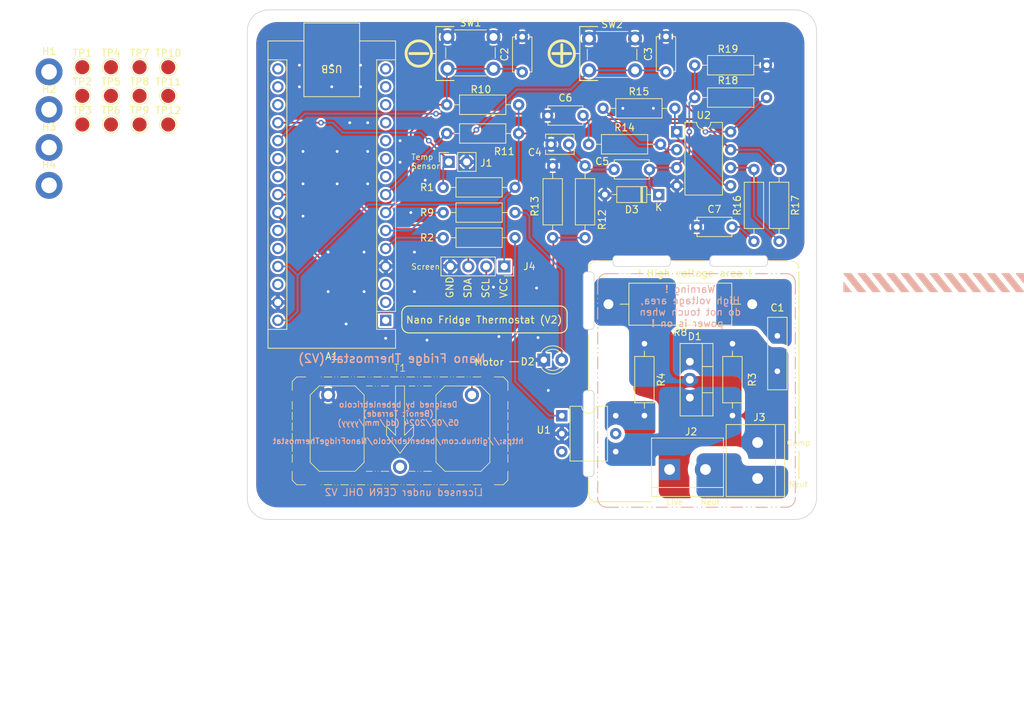
<source format=kicad_pcb>
(kicad_pcb (version 20221018) (generator pcbnew)
  (layers (0 "F.Cu" signal) (31 "B.Cu" signal) (34 "B.Paste" user) (35 "F.Paste" user) (36 "B.SilkS" user "B.Silkscreen") (37 "F.SilkS" user "F.Silkscreen") (38 "B.Mask" user) (39 "F.Mask" user) (44 "Edge.Cuts" user))
  (net 0 "")
  (net 2 "GND")
  (net 3 "MotorOut")
  (net 4 "MotorLed")
  (net 12 "Temp")
  (net 17 "Vcc")
  (net 19 "Main_HOT")
  (net 20 "Main_Neutral")
  (net 21 "Net-(R2-Pad2)")
  (net 22 "/TriacDriverAC1")
  (net 25 "SDA")
  (net 26 "SCL")
  (net 27 "Net-(D2-A)")
  (net 28 "/SnubberResLow")
  (net 29 "/NeutralTriac")
  (net 30 "/Trigger")
  (net 33 "+Button")
  (net 34 "-Button")
  (net 38 "CurrentSense")
  (net 39 "Net-(C4-Pad1)")
  (net 40 "Polarisation")
  (net 41 "Net-(C6-Pad2)")
  (net 42 "Net-(C7-Pad2)")
  (net 43 "Net-(T1-A)")
  (net 44 "Net-(U2A--)")
  (net 45 "Net-(U2B-+)")
  (net 46 "Net-(U2B--)")
  (footprint "TestPoint:TestPoint_Pad_D2.0mm" (layer "F.Cu") (at 56.684 75.438)
    (fp_text reference "TP3")
    (fp_text value "TestPoint")
  )
  (footprint "Resistor_THT:R_Axial_DIN0207_L6.3mm_D2.5mm_P10.16mm_Horizontal" (layer "F.Cu") (at 136.144 106.426 -90)
    (fp_text reference "R4")
    (fp_text value "360")
  )
  (footprint "Capacitor_THT:C_Disc_D10.0mm_W2.5mm_P5.00mm" (layer "F.Cu") (at 154.94 105.316 -90)
    (fp_text reference "C1")
    (fp_text value "10n / 500V+ AC")
  )
  (footprint "LED_THT:LED_D3.0mm" (layer "F.Cu") (at 121.92 108.712)
    (fp_text reference "D2")
    (fp_text value "LED")
  )
  (footprint "Capacitor_THT:C_Disc_D4.7mm_W2.5mm_P5.00mm" (layer "F.Cu") (at 118.872 68.032 90)
    (fp_text reference "C2")
    (fp_text value "1u")
  )
  (footprint "TestPoint:TestPoint_Pad_D2.0mm" (layer "F.Cu") (at 68.834 75.438)
    (fp_text reference "TP12")
    (fp_text value "TestPoint")
  )
  (footprint "Resistor_THT:R_Axial_DIN0207_L6.3mm_D2.5mm_P10.16mm_Horizontal" (layer "F.Cu") (at 128.26 78.232)
    (fp_text reference "R14")
    (fp_text value "2.2k")
  )
  (footprint "Resistor_THT:R_Axial_DIN0207_L6.3mm_D2.5mm_P10.16mm_Horizontal" (layer "F.Cu") (at 153.416 67.056 180)
    (fp_text reference "R19")
    (fp_text value "100k")
  )
  (footprint "Connector_PinSocket_2.54mm:PinSocket_1x02_P2.54mm_Vertical" (layer "F.Cu") (at 108.478 80.722 90)
    (fp_text reference "J1")
    (fp_text value "Connector_Thermistor")
  )
  (footprint "MountingHole:MountingHole_2.2mm_M2_DIN965_Pad" (layer "F.Cu") (at 51.984 78.688)
    (fp_text reference "H3")
    (fp_text value "MountingHole_Pad")
  )
  (footprint "Resistor_THT:R_Axial_DIN0207_L6.3mm_D2.5mm_P10.16mm_Horizontal" (layer "F.Cu") (at 151.628 91.948 90)
    (fp_text reference "R16")
    (fp_text value "10k")
  )
  (footprint "CurrentTransformer:CT-RSPRO-1243888" (layer "F.Cu") (at 101.6 113.665 180)
    (fp_text reference "T1")
    (fp_text value "CST1")
  )
  (footprint "Capacitor_THT:C_Disc_D4.7mm_W2.5mm_P5.00mm" (layer "F.Cu") (at 131.856 81.788)
    (fp_text reference "C5")
    (fp_text value "1u")
  )
  (footprint "Module:Arduino_Nano" (layer "F.Cu") (at 99.568 103.124 180)
    (fp_text reference "A1")
    (fp_text value "Arduino_Nano_v3.x")
  )
  (footprint "TestPoint:TestPoint_Pad_D2.0mm" (layer "F.Cu") (at 60.734 75.438)
    (fp_text reference "TP6")
    (fp_text value "TestPoint")
  )
  (footprint "Package_TO_SOT_THT:TO-220-3_Vertical" (layer "F.Cu") (at 142.565 108.966 -90)
    (fp_text reference "D1")
    (fp_text value "FT0814MH")
  )
  (footprint "Resistor_THT:R_Axial_DIN0207_L6.3mm_D2.5mm_P10.16mm_Horizontal" (layer "F.Cu") (at 130.292 73.152)
    (fp_text reference "R15")
    (fp_text value "100k")
  )
  (footprint "Resistor_THT:R_Axial_DIN0207_L6.3mm_D2.5mm_P10.16mm_Horizontal" (layer "F.Cu") (at 107.696 87.884)
    (fp_text reference "R9")
    (fp_text value "330")
  )
  (footprint "MountingHole:MountingHole_2.2mm_M2_DIN965_Pad" (layer "F.Cu") (at 51.984 84.038)
    (fp_text reference "H4")
    (fp_text value "MountingHole_Pad")
  )
  (footprint "Button_Switch_THT:SW_PUSH_6mm" (layer "F.Cu") (at 128.322 63.282)
    (fp_text reference "SW2")
    (fp_text value "SW_Push")
  )
  (footprint "TestPoint:TestPoint_Pad_D2.0mm" (layer "F.Cu") (at 56.684 67.338)
    (fp_text reference "TP1")
    (fp_text value "TestPoint")
  )
  (footprint "TEConnectors:TE-282836-2-5.08mm" (layer "F.Cu") (at 139.7 124.206)
    (fp_text reference "J2")
    (fp_text value "Main_Connector")
  )
  (footprint "Resistor_THT:R_Axial_DIN0207_L6.3mm_D2.5mm_P10.16mm_Horizontal" (layer "F.Cu") (at 107.696 91.44)
    (fp_text reference "R2")
    (fp_text value "330")
  )
  (footprint "Connector_PinSocket_2.54mm:PinSocket_1x04_P2.54mm_Vertical" (layer "F.Cu") (at 116.332 95.504 -90)
    (fp_text reference "J4")
    (fp_text value "I2C_Conn")
  )
  (footprint "TestPoint:TestPoint_Pad_D2.0mm" (layer "F.Cu") (at 56.684 71.388)
    (fp_text reference "TP2")
    (fp_text value "TestPoint")
  )
  (footprint "TestPoint:TestPoint_Pad_D2.0mm" (layer "F.Cu") (at 64.784 75.438)
    (fp_text reference "TP9")
    (fp_text value "TestPoint")
  )
  (footprint "Capacitor_THT:C_Disc_D4.7mm_W2.5mm_P5.00mm" (layer "F.Cu") (at 139.192 67.992 90)
    (fp_text reference "C3")
    (fp_text value "1u")
  )
  (footprint "Capacitor_THT:C_Disc_D3.8mm_W2.6mm_P2.50mm" (layer "F.Cu") (at 125.446 78.232 180)
    (fp_text reference "C4")
    (fp_text value "100n")
  )
  (footprint "Resistor_THT:R_Axial_DIN0207_L6.3mm_D2.5mm_P10.16mm_Horizontal" (layer "F.Cu") (at 118.364 76.708 180)
    (fp_text reference "R11")
    (fp_text value "1k")
  )
  (footprint "Diode_THT:D_DO-35_SOD27_P7.62mm_Horizontal" (layer "F.Cu") (at 138.166 85.344 180)
    (fp_text reference "D3")
    (fp_text value "D_Zener")
  )
  (footprint "TestPoint:TestPoint_Pad_D2.0mm" (layer "F.Cu") (at 64.784 67.338)
    (fp_text reference "TP7")
    (fp_text value "TestPoint")
  )
  (footprint "Capacitor_THT:C_Disc_D4.7mm_W2.5mm_P5.00mm" (layer "F.Cu") (at 143.54 89.916)
    (fp_text reference "C7")
    (fp_text value "1u")
  )
  (footprint "Capacitor_THT:C_Disc_D4.7mm_W2.5mm_P5.00mm" (layer "F.Cu") (at 122.468 74.168)
    (fp_text reference "C6")
    (fp_text value "1u")
  )
  (footprint "TestPoint:TestPoint_Pad_D2.0mm" (layer "F.Cu") (at 60.734 67.338)
    (fp_text reference "TP4")
    (fp_text value "TestPoint")
  )
  (footprint "Resistor_THT:R_Axial_DIN0207_L6.3mm_D2.5mm_P10.16mm_Horizontal" (layer "F.Cu") (at 155.184 91.948 90)
    (fp_text reference "R17")
    (fp_text value "100k")
  )
  (footprint "TestPoint:TestPoint_Pad_D2.0mm" (layer "F.Cu") (at 64.784 71.388)
    (fp_text reference "TP8")
    (fp_text value "TestPoint")
  )
  (footprint "Resistor_THT:R_Axial_DIN0207_L6.3mm_D2.5mm_P10.16mm_Horizontal" (layer "F.Cu") (at 148.59 106.426 -90)
    (fp_text reference "R3")
    (fp_text value "330")
  )
  (footprint "Package_DIP:DIP-6_W7.62mm" (layer "F.Cu") (at 124.47 116.601)
    (fp_text reference "U1")
    (fp_text value "MOC3042M")
  )
  (footprint "Resistor_THT:R_Axial_DIN0207_L6.3mm_D2.5mm_P10.16mm_Horizontal" (layer "F.Cu") (at 127.752 91.44 90)
    (fp_text reference "R12")
    (fp_text value "22k")
  )
  (footprint "Resistor_THT:R_Axial_DIN0207_L6.3mm_D2.5mm_P10.16mm_Horizontal" (layer "F.Cu") (at 123.18 81.28 -90)
    (fp_text reference "R13")
    (fp_text value "100 / 0,25W")
  )
  (footprint "Resistor_THT:R_Axial_DIN0207_L6.3mm_D2.5mm_P10.16mm_Horizontal" (layer "F.Cu") (at 118.364 72.644 180)
    (fp_text reference "R10")
    (fp_text value "1k")
  )
  (footprint "MountingHole:MountingHole_2.2mm_M2_DIN965_Pad" (layer "F.Cu") (at 51.984 67.988)
    (fp_text reference "H1")
    (fp_text value "MountingHole_Pad")
  )
  (footprint "TestPoint:TestPoint_Pad_D2.0mm" (layer "F.Cu") (at 68.834 67.338)
    (fp_text reference "TP10")
    (fp_text value "TestPoint")
  )
  (footprint "Resistor_THT:R_Axial_DIN0614_L14.3mm_D5.7mm_P20.32mm_Horizontal" (layer "F.Cu") (at 151.384 100.838 180)
    (fp_text reference "R8")
    (fp_text value "330Ω / 1W")
  )
  (footprint "Resistor_THT:R_Axial_DIN0207_L6.3mm_D2.5mm_P10.16mm_Horizontal" (layer "F.Cu") (at 143.256 71.628)
    (fp_text reference "R18")
    (fp_text value "100k")
  )
  (footprint "TestPoint:TestPoint_Pad_D2.0mm" (layer "F.Cu") (at 60.734 71.388)
    (fp_text reference "TP5")
    (fp_text value "TestPoint")
  )
  (footprint "Package_DIP:DIP-8_W7.62mm" (layer "F.Cu") (at 140.716 76.464)
    (fp_text reference "U2")
    (fp_text value "TL072")
  )
  (footprint "MountingHole:MountingHole_2.2mm_M2_DIN965_Pad" (layer "F.Cu") (at 51.984 73.338)
    (fp_text reference "H2")
    (fp_text value "MountingHole_Pad")
  )
  (footprint "Button_Switch_THT:SW_PUSH_6mm" (layer "F.Cu") (at 108.308 63.064)
    (fp_text reference "SW1")
    (fp_text value "SW_Push")
  )
  (footprint "TEConnectors:TE-282836-2-5.08mm" (layer "F.Cu") (at 152.146 125.476 90)
    (fp_text reference "J3")
    (fp_text value "CompressorMotor_Connector")
  )
  (footprint "Resistor_THT:R_Axial_DIN0207_L6.3mm_D2.5mm_P10.16mm_Horizontal" (layer "F.Cu") (at 117.856 84.328 180)
    (fp_text reference "R1")
    (fp_text value "330K")
  )
  (footprint "TestPoint:TestPoint_Pad_D2.0mm" (layer "F.Cu") (at 68.834 71.388)
    (fp_text reference "TP11")
    (fp_text value "TestPoint")
  )
  (gr_line (start 130.81 96.52) (end 156.21 96.52) (stroke (width 0.15) (type dash_dot_dot)) (layer "B.SilkS"))
  (gr_poly (pts (xy 189.738 96.52) (xy 188.722 96.52) (xy 189.738 97.79)) (stroke (width 0.15)) (fill solid) (layer "B.SilkS"))
  (gr_poly (pts (xy 183.642 99.06) (xy 181.61 96.52) (xy 180.594 96.52) (xy 182.626 99.06)) (stroke (width 0.15)) (fill solid) (layer "B.SilkS"))
  (gr_line (start 130.809999 129.539999) (end 156.209999 129.539999) (stroke (width 0.15) (type dash_dot_dot)) (layer "B.SilkS"))
  (gr_poly (pts (xy 175.514 99.06) (xy 173.482 96.52) (xy 172.466 96.52) (xy 174.498 99.06)) (stroke (width 0.15)) (fill solid) (layer "B.SilkS"))
  (gr_arc (start 130.810001 129.54) (mid 129.911975 129.168026) (end 129.540001 128.27) (stroke (width 0.15)) (layer "B.SilkS"))
  (gr_poly (pts (xy 187.706 99.06) (xy 185.674 96.52) (xy 184.658 96.52) (xy 186.69 99.06)) (stroke (width 0.15)) (fill solid) (layer "B.SilkS"))
  (gr_poly (pts (xy 177.546 99.06) (xy 175.514 96.52) (xy 174.498 96.52) (xy 176.53 99.06)) (stroke (width 0.15)) (fill solid) (layer "B.SilkS"))
  (gr_poly (pts (xy 179.578 99.06) (xy 177.546 96.52) (xy 176.53 96.52) (xy 178.562 99.06)) (stroke (width 0.15)) (fill solid) (layer "B.SilkS"))
  (gr_poly (pts (xy 171.45 99.06) (xy 169.418 96.52) (xy 168.402 96.52) (xy 170.434 99.06)) (stroke (width 0.15)) (fill solid) (layer "B.SilkS"))
  (gr_arc (start 156.21 96.52) (mid 157.108026 96.891974) (end 157.48 97.79) (stroke (width 0.15)) (layer "B.SilkS"))
  (gr_poly (pts (xy 169.418 99.06) (xy 167.386 96.52) (xy 166.37 96.52) (xy 168.402 99.06)) (stroke (width 0.15)) (fill solid) (layer "B.SilkS"))
  (gr_line (start 157.48 97.79) (end 157.48 128.27) (stroke (width 0.15) (type dash_dot_dot)) (layer "B.SilkS"))
  (gr_arc (start 157.479999 128.269999) (mid 157.108025 129.168025) (end 156.209999 129.539999) (stroke (width 0.15)) (layer "B.SilkS"))
  (gr_arc (start 129.540001 97.790001) (mid 129.911975 96.891975) (end 130.810001 96.520001) (stroke (width 0.15)) (layer "B.SilkS"))
  (gr_poly (pts (xy 164.338 99.06) (xy 165.354 99.06) (xy 164.338 97.79)) (stroke (width 0.15)) (fill solid) (layer "B.SilkS"))
  (gr_poly (pts (xy 185.674 99.06) (xy 183.642 96.52) (xy 182.626 96.52) (xy 184.658 99.06)) (stroke (width 0.15)) (fill solid) (layer "B.SilkS"))
  (gr_line (start 129.540001 97.79) (end 129.540001 128.27) (stroke (width 0.15) (type dash_dot_dot)) (layer "B.SilkS"))
  (gr_poly (pts (xy 189.738 99.06) (xy 187.706 96.52) (xy 186.69 96.52) (xy 188.722 99.06)) (stroke (width 0.15)) (fill solid) (layer "B.SilkS"))
  (gr_poly (pts (xy 173.482 99.06) (xy 171.45 96.52) (xy 170.434 96.52) (xy 172.466 99.06)) (stroke (width 0.15)) (fill solid) (layer "B.SilkS"))
  (gr_poly (pts (xy 181.61 99.06) (xy 179.578 96.52) (xy 178.562 96.52) (xy 180.594 99.06)) (stroke (width 0.15)) (fill solid) (layer "B.SilkS"))
  (gr_poly (pts (xy 167.386 99.06) (xy 165.354 96.52) (xy 164.338 96.52) (xy 166.37 99.06)) (stroke (width 0.15)) (fill solid) (layer "B.SilkS"))
  (gr_line (start 128.27 127.778) (end 128.27 125.476) (stroke (width 0.15)) (layer "F.SilkS"))
  (gr_line (start 124.46 64.135) (end 124.46 66.675) (stroke (width 0.4)) (layer "F.SilkS"))
  (gr_line (start 130.429 96.52) (end 134.239 96.52) (stroke (width 0.15) (type dash_dot_dot)) (layer "F.SilkS"))
  (gr_line (start 127 61.595) (end 129.54 61.595) (stroke (width 0.15)) (layer "F.SilkS"))
  (gr_arc (start 125.222 103.902) (mid 124.929107 104.609107) (end 124.222 104.902) (stroke (width 0.15)) (layer "F.SilkS"))
  (gr_line (start 101.854 103.902) (end 101.854 102.092) (stroke (width 0.15)) (layer "F.SilkS"))
  (gr_line (start 129.794 94.742) (end 131.318 94.742) (stroke (width 0.15)) (layer "F.SilkS"))
  (gr_line (start 156.464 94.742) (end 153.924 94.742) (stroke (width 0.15)) (layer "F.SilkS"))
  (gr_line (start 140.208 94.742) (end 145.034 94.742) (stroke (width 0.15)) (layer "F.SilkS"))
  (gr_line (start 151.892 96.52) (end 155.702 96.52) (stroke (width 0.15) (type dash_dot_dot)) (layer "F.SilkS"))
  (gr_line (start 127 69.215) (end 129.54 69.215) (stroke (width 0.15)) (layer "F.SilkS"))
  (gr_arc (start 101.854 102.092) (mid 102.146893 101.384893) (end 102.854 101.092) (stroke (width 0.15)) (layer "F.SilkS"))
  (gr_circle (center 104.248949 65.405) (end 106.045 65.405) (stroke (width 0.4)) (fill none) (layer "F.SilkS"))
  (gr_arc (start 129.27 128.778) (mid 128.562893 128.485107) (end 128.27 127.778) (stroke (width 0.15)) (layer "F.SilkS"))
  (gr_line (start 106.68 65.405) (end 106.68 69.215) (stroke (width 0.15)) (layer "F.SilkS"))
  (gr_line (start 124.222 104.902) (end 102.854 104.902) (stroke (width 0.15)) (layer "F.SilkS"))
  (gr_line (start 106.68 69.215) (end 109.22 69.215) (stroke (width 0.15)) (layer "F.SilkS"))
  (gr_line (start 102.978949 65.405) (end 105.518949 65.405) (stroke (width 0.4)) (layer "F.SilkS"))
  (gr_line (start 126.256051 65.405) (end 127 65.405) (stroke (width 0.15)) (layer "F.SilkS"))
  (gr_line (start 102.854 101.092) (end 124.222 101.092) (stroke (width 0.15)) (layer "F.SilkS"))
  (gr_line (start 157.988 121.666) (end 157.988 125.476) (stroke (width 0.15)) (layer "F.SilkS"))
  (gr_line (start 137.16 128.778) (end 129.27 128.778) (stroke (width 0.15)) (layer "F.SilkS"))
  (gr_line (start 106.68 65.405) (end 106.68 61.595) (stroke (width 0.15)) (layer "F.SilkS"))
  (gr_line (start 128.27 112.776) (end 128.27 105.156) (stroke (width 0.15)) (layer "F.SilkS"))
  (gr_line (start 157.988 96.266) (end 157.988 119.126) (stroke (width 0.15)) (layer "F.SilkS"))
  (gr_arc (start 124.222 101.092) (mid 124.929107 101.384893) (end 125.222 102.092) (stroke (width 0.15)) (layer "F.SilkS"))
  (gr_line (start 106.68 65.405) (end 106.045 65.405) (stroke (width 0.15)) (layer "F.SilkS"))
  (gr_arc (start 156.971999 94.758001) (mid 157.679106 95.050894) (end 157.971999 95.758001) (stroke (width 0.15)) (layer "F.SilkS"))
  (gr_line (start 127 65.405) (end 127 61.595) (stroke (width 0.15)) (layer "F.SilkS"))
  (gr_line (start 117.094 108.966) (end 118.364 108.966) (stroke (width 0.15)) (layer "F.SilkS"))
  (gr_line (start 106.68 61.595) (end 109.22 61.595) (stroke (width 0.15)) (layer "F.SilkS"))
  (gr_arc (start 102.854 104.902) (mid 102.146893 104.609107) (end 101.854 103.902) (stroke (width 0.15)) (layer "F.SilkS"))
  (gr_circle (center 124.46 65.405) (end 126.256051 65.405) (stroke (width 0.4)) (fill none) (layer "F.SilkS"))
  (gr_line (start 123.19 65.405) (end 125.73 65.405) (stroke (width 0.4)) (layer "F.SilkS"))
  (gr_arc (start 128.286001 95.758001) (mid 128.578894 95.050894) (end 129.286001 94.758001) (stroke (width 0.15)) (layer "F.SilkS"))
  (gr_line (start 125.222 102.092) (end 125.222 103.902) (stroke (width 0.15)) (layer "F.SilkS"))
  (gr_line (start 127 65.405) (end 127 69.215) (stroke (width 0.15)) (layer "F.SilkS"))
  (gr_arc (start 145.415 94.472) (mid 145.561447 94.118447) (end 145.915 93.972) (stroke (width 0.1)) (layer "Edge.Cuts"))
  (gr_arc (start 145.915 95.496) (mid 145.561447 95.349553) (end 145.415 94.996) (stroke (width 0.1)) (layer "Edge.Cuts"))
  (gr_arc (start 139.819 95.004) (mid 139.672553 95.357553) (end 139.319 95.504) (stroke (width 0.1)) (layer "Edge.Cuts"))
  (gr_arc (start 128.008 125.222) (mid 127.654447 125.075553) (end 127.508 124.722) (stroke (width 0.1)) (layer "Edge.Cuts"))
  (gr_arc (start 127.508 96.766) (mid 127.654447 96.412447) (end 128.008 96.266) (stroke (width 0.1)) (layer "Edge.Cuts"))
  (gr_arc (start 128.008 104.394) (mid 127.654447 104.247553) (end 127.508 103.894) (stroke (width 0.1)) (layer "Edge.Cuts"))
  (gr_line (start 80.01 128.27) (end 80.01 62.23) (stroke (width 0.1)) (layer "Edge.Cuts"))
  (gr_line (start 139.319 95.504) (end 132.191 95.504) (stroke (width 0.1)) (layer "Edge.Cuts"))
  (gr_arc (start 128.532 96.266) (mid 128.885553 96.412447) (end 129.032 96.766) (stroke (width 0.1)) (layer "Edge.Cuts"))
  (gr_line (start 83.010001 131.27) (end 157.480001 131.27) (stroke (width 0.1)) (layer "Edge.Cuts"))
  (gr_line (start 127.508 124.722) (end 127.508 113.53) (stroke (width 0.1)) (layer "Edge.Cuts"))
  (gr_line (start 128.008 113.03) (end 128.532 113.03) (stroke (width 0.1)) (layer "Edge.Cuts"))
  (gr_arc (start 127.508 113.53) (mid 127.654447 113.176447) (end 128.008 113.03) (stroke (width 0.1)) (layer "Edge.Cuts"))
  (gr_line (start 160.48 128.27) (end 160.48 62.23) (stroke (width 0.1)) (layer "Edge.Cuts"))
  (gr_line (start 145.415 94.996) (end 145.415 94.472) (stroke (width 0.1)) (layer "Edge.Cuts"))
  (gr_arc (start 132.191 95.504) (mid 131.837447 95.357553) (end 131.691 95.004) (stroke (width 0.1)) (layer "Edge.Cuts"))
  (gr_arc (start 80.01 62.23) (mid 80.88868 60.10868) (end 83.01 59.23) (stroke (width 0.1)) (layer "Edge.Cuts"))
  (gr_line (start 128.008 96.266) (end 128.532 96.266) (stroke (width 0.1)) (layer "Edge.Cuts"))
  (gr_line (start 127.508 103.894) (end 127.508 96.766) (stroke (width 0.1)) (layer "Edge.Cuts"))
  (gr_arc (start 139.319 93.98) (mid 139.672553 94.126447) (end 139.819 94.48) (stroke (width 0.1)) (layer "Edge.Cuts"))
  (gr_line (start 129.032 96.766) (end 129.032 103.894) (stroke (width 0.1)) (layer "Edge.Cuts"))
  (gr_arc (start 131.691 94.48) (mid 131.837447 94.126447) (end 132.191 93.98) (stroke (width 0.1)) (layer "Edge.Cuts"))
  (gr_line (start 145.915 93.972) (end 153.043 93.972) (stroke (width 0.1)) (layer "Edge.Cuts"))
  (gr_arc (start 157.48 59.23) (mid 159.60132 60.10868) (end 160.48 62.23) (stroke (width 0.1)) (layer "Edge.Cuts"))
  (gr_arc (start 129.032 124.722) (mid 128.885553 125.075553) (end 128.532 125.222) (stroke (width 0.1)) (layer "Edge.Cuts"))
  (gr_line (start 128.532 125.222) (end 128.008 125.222) (stroke (width 0.1)) (layer "Edge.Cuts"))
  (gr_arc (start 153.543 94.996) (mid 153.396553 95.349553) (end 153.043 95.496) (stroke (width 0.1)) (layer "Edge.Cuts"))
  (gr_arc (start 153.043 93.972) (mid 153.396553 94.118447) (end 153.543 94.472) (stroke (width 0.1)) (layer "Edge.Cuts"))
  (gr_line (start 128.532 104.394) (end 128.008 104.394) (stroke (width 0.1)) (layer "Edge.Cuts"))
  (gr_arc (start 83.010001 131.27) (mid 80.88868 130.39132) (end 80.01 128.27) (stroke (width 0.1)) (layer "Edge.Cuts"))
  (gr_line (start 132.191 93.98) (end 139.319 93.98) (stroke (width 0.1)) (layer "Edge.Cuts"))
  (gr_arc (start 160.480001 128.27) (mid 159.601321 130.39132) (end 157.480001 131.27) (stroke (width 0.1)) (layer "Edge.Cuts"))
  (gr_line (start 131.691 95.004) (end 131.691 94.48) (stroke (width 0.1)) (layer "Edge.Cuts"))
  (gr_arc (start 129.032 103.894) (mid 128.885553 104.247553) (end 128.532 104.394) (stroke (width 0.1)) (layer "Edge.Cuts"))
  (gr_line (start 83.01 59.23) (end 157.48 59.23) (stroke (width 0.1)) (layer "Edge.Cuts"))
  (gr_line (start 129.032 113.53) (end 129.032 124.722) (stroke (width 0.1)) (layer "Edge.Cuts"))
  (gr_line (start 139.819 94.48) (end 139.819 95.004) (stroke (width 0.1)) (layer "Edge.Cuts"))
  (gr_line (start 153.543 94.472) (end 153.543 94.996) (stroke (width 0.1)) (layer "Edge.Cuts"))
  (gr_arc (start 128.532 113.03) (mid 128.885553 113.176447) (end 129.032 113.53) (stroke (width 0.1)) (layer "Edge.Cuts"))
  (gr_line (start 153.043 95.496) (end 145.915 95.496) (stroke (width 0.1)) (layer "Edge.Cuts"))
  (gr_text "Warning ! \nHigh voltage area, \ndo not touch when \npower is on !" (at 142.24 104.14) (layer "B.SilkS") (effects (font (size 1 1)) (justify bottom mirror)))
  (gr_text "Licensed under CERN OHL V2" (at 113.423478 128.016) (layer "B.SilkS") (effects (font (size 1 1)) (justify left bottom mirror)))
  (gr_text "Nano Fridge Thermostat (V2)" (at 113.792 109.22) (layer "B.SilkS") (effects (font (size 1.2 1.2) (thickness 0.2) bold) (justify left bottom mirror)))
  (gr_text "Designed by bebenlebricolo\n(Benoît Tarrade)\n05/02/2024 (dd/mm/yyyy)\n\nhttps://github.com/bebenlebricolo/NanoFridgeThermostat" (at 101.346 120.65) (layer "B.SilkS") (effects (font (size 0.8 0.8)) (justify bottom mirror)))
  (gr_text "Comp" (at 156.21 120.904) (layer "F.SilkS") (effects (font (size 0.8 0.8) (thickness 0.11)) (justify left bottom)))
  (gr_text "VCC" (at 116.84 100.076 90) (layer "F.SilkS") (effects (font (size 1 1)) (justify left bottom)))
  (gr_text "GND" (at 109.22 100.076 90) (layer "F.SilkS") (effects (font (size 1 1)) (justify left bottom)))
  (gr_text "Neut" (at 156.464 126.746) (layer "F.SilkS") (effects (font (size 0.8 0.8) (thickness 0.11)) (justify left bottom)))
  (gr_text "! High voltage area !" (at 135.128 97.028) (layer "F.SilkS") (effects (font (size 1 1)) (justify left bottom)))
  (gr_text "Motor" (at 112.014 109.601) (layer "F.SilkS") (effects (font (size 1 1)) (justify left bottom)))
  (gr_text "Neut" (at 144.018 129.286) (layer "F.SilkS") (effects (font (size 0.8 0.8) (thickness 0.11)) (justify left bottom)))
  (gr_text "SCL" (at 114.3 100.076 90) (layer "F.SilkS") (effects (font (size 1 1)) (justify left bottom)))
  (gr_text "Nano Fridge Thermostat (V2)" (at 102.362 103.632) (layer "F.SilkS") (effects (font (size 1 1)) (justify left bottom)))
  (gr_text "Live" (at 139.192 129.286) (layer "F.SilkS") (effects (font (size 0.8 0.8) (thickness 0.11)) (justify left bottom)))
  (gr_text "Temp\nSensor" (at 103.124 81.788) (layer "F.SilkS") (effects (font (size 0.8 0.8) (thickness 0.11)) (justify left bottom)))
  (gr_text "Screen" (at 103.124 96.012) (layer "F.SilkS") (effects (font (size 0.8 0.8) (thickness 0.11)) (justify left bottom)))
  (gr_text "SDA" (at 111.76 100.076 90) (layer "F.SilkS") (effects (font (size 1 1)) (justify left bottom)))
  (via (at 115.57 105.41) (size 0.8) (drill 0.4) (layers "F.Cu" "B.Cu") (net 2))
  (via (at 91.948 70.104) (size 0.8) (drill 0.4) (layers "F.Cu" "B.Cu") (net 2))
  (via (at 99.568 105.664) (size 0.8) (drill 0.4) (layers "F.Cu" "B.Cu") (net 2))
  (via (at 87.376 67.056) (size 0.8) (drill 0.4) (layers "F.Cu" "B.Cu") (net 2))
  (via (at 91.44 99.06) (size 0.8) (drill 0.4) (layers "F.Cu" "B.Cu") (net 2))
  (via (at 122.555 113.03) (size 0.8) (drill 0.4) (layers "F.Cu" "B.Cu") (net 2))
  (via (at 133.096 73.152) (size 0.8) (drill 0.4) (layers "F.Cu" "B.Cu") (net 2))
  (via (at 92.71 83.82) (size 0.8) (drill 0.4) (layers "F.Cu" "B.Cu") (net 2))
  (via (at 114.808 98.425) (size 0.8) (drill 0.4) (layers "F.Cu" "B.Cu") (net 2))
  (via (at 103.632 99.06) (size 0.8) (drill 0.4) (layers "F.Cu" "B.Cu") (net 2))
  (via (at 96.012 67.056) (size 0.8) (drill 0.4) (layers "F.Cu" "B.Cu") (net 2))
  (via (at 101.6 77.724) (size 0.8) (drill 0.4) (layers "F.Cu" "B.Cu") (net 2))
  (via (at 105.156 83.312) (size 0.8) (drill 0.4) (layers "F.Cu" "B.Cu") (net 2))
  (via (at 87.884 88.392) (size 0.8) (drill 0.4) (layers "F.Cu" "B.Cu") (net 2))
  (via (at 96.52 99.06) (size 0.8) (drill 0.4) (layers "F.Cu" "B.Cu") (net 2))
  (via (at 121.105744 105.561562) (size 0.8) (drill 0.4) (layers "F.Cu" "B.Cu") (net 2))
  (via (at 97.028 83.82) (size 0.8) (drill 0.4) (layers "F.Cu" "B.Cu") (net 2))
  (via (at 87.884 83.82) (size 0.8) (drill 0.4) (layers "F.Cu" "B.Cu") (net 2))
  (via (at 91.948 67.056) (size 0.8) (drill 0.4) (layers "F.Cu" "B.Cu") (net 2))
  (via (at 101.6 80.772) (size 0.8) (drill 0.4) (layers "F.Cu" "B.Cu") (net 2))
  (via (at 97.028 79.248) (size 0.8) (drill 0.4) (layers "F.Cu" "B.Cu") (net 2))
  (via (at 105.41 105.918) (size 0.8) (drill 0.4) (layers "F.Cu" "B.Cu") (net 2))
  (via (at 87.884 79.248) (size 0.8) (drill 0.4) (layers "F.Cu" "B.Cu") (net 2))
  (via (at 96.012 70.104) (size 0.8) (drill 0.4) (layers "F.Cu" "B.Cu") (net 2))
  (via (at 91.44 93.472) (size 0.8) (drill 0.4) (layers "F.Cu" "B.Cu") (net 2))
  (via (at 96.52 93.472) (size 0.8) (drill 0.4) (layers "F.Cu" "B.Cu") (net 2))
  (via (at 94.488 75.184) (size 0.8) (drill 0.4) (layers "F.Cu" "B.Cu") (net 2))
  (via (at 103.632 93.472) (size 0.8) (drill 0.4) (layers "F.Cu" "B.Cu") (net 2))
  (via (at 93.98 103.632) (size 0.8) (drill 0.4) (layers "F.Cu" "B.Cu") (net 2))
  (via (at 137.414 73.152) (size 0.8) (drill 0.4) (layers "F.Cu" "B.Cu") (net 2))
  (via (at 103.124 87.884) (size 0.8) (drill 0.4) (layers "F.Cu" "B.Cu") (net 2))
  (via (at 92.71 79.248) (size 0.8) (drill 0.4) (layers "F.Cu" "B.Cu") (net 2))
  (via (at 97.028 75.184) (size 0.8) (drill 0.4) (layers "F.Cu" "B.Cu") (net 2))
  (via (at 87.376 70.104) (size 0.8) (drill 0.4) (layers "F.Cu" "B.Cu") (net 2))
  (via (at 120.904 98.552) (size 0.8) (drill 0.4) (layers "F.Cu" "B.Cu") (net 2))
  (segment (start 101.092 91.44) (end 99.568 92.964) (width 0.25) (layer "B.Cu") (net 3))
  (segment (start 107.696 91.44) (end 101.092 91.44) (width 0.25) (layer "B.Cu") (net 3))
  (segment (start 107.696 87.884) (end 105.664 87.884) (width 0.25) (layer "B.Cu") (net 4))
  (segment (start 103.124 90.424) (end 99.568 90.424) (width 0.25) (layer "B.Cu") (net 4))
  (segment (start 105.664 87.884) (end 103.124 90.424) (width 0.25) (layer "B.Cu") (net 4))
  (segment (start 105.664 77.724) (end 108.478 80.538) (width 0.25) (layer "F.Cu") (net 12))
  (segment (start 90.424 75.184) (end 84.328 75.184) (width 0.25) (layer "F.Cu") (net 12))
  (segment (start 108.478 80.538) (end 108.478 80.722) (width 0.25) (layer "F.Cu") (net 12))
  (via (at 90.424 75.184) (size 0.8) (drill 0.4) (layers "F.Cu" "B.Cu") (net 12))
  (via (at 105.664 77.724) (size 0.8) (drill 0.4) (layers "F.Cu" "B.Cu") (net 12))
  (segment (start 93.499304 76.599) (end 92.084304 75.184) (width 0.25) (layer "B.Cu") (net 12))
  (segment (start 105.664 77.724) (end 104.539 76.599) (width 0.25) (layer "B.Cu") (net 12))
  (segment (start 104.539 76.599) (end 93.499304 76.599) (width 0.25) (layer "B.Cu") (net 12))
  (segment (start 107.696 84.328) (end 107.696 81.504) (width 0.25) (layer "B.Cu") (net 12))
  (segment (start 92.084304 75.184) (end 90.424 75.184) (width 0.25) (layer "B.Cu") (net 12))
  (segment (start 107.696 81.504) (end 108.478 80.722) (width 0.25) (layer "B.Cu") (net 12))
  (segment (start 126.518991 76.708) (end 118.364 76.708) (width 0.25) (layer "F.Cu") (net 17))
  (segment (start 128.550991 74.676) (end 126.518991 76.708) (width 0.25) (layer "F.Cu") (net 17))
  (segment (start 142.982694 74.676) (end 128.550991 74.676) (width 0.25) (layer "F.Cu") (net 17))
  (segment (start 144.770347 76.463653) (end 142.982694 74.676) (width 0.25) (layer "F.Cu") (net 17))
  (via (at 144.770347 76.463653) (size 0.8) (drill 0.4) (layers "F.Cu" "B.Cu") (net 17))
  (segment (start 84.328 95.504) (end 84.328 94.996) (width 0.25) (layer "B.Cu") (net 17))
  (segment (start 87.122 99.06) (end 87.122 101.854) (width 0.25) (layer "B.Cu") (net 17))
  (segment (start 144.770694 76.464) (end 148.336 76.464) (width 0.25) (layer "B.Cu") (net 17))
  (segment (start 87.122 96.764695) (end 87.122 99.06) (width 0.25) (layer "B.Cu") (net 17))
  (segment (start 118.364 83.82) (end 117.856 84.328) (width 0.25) (layer "B.Cu") (net 17))
  (segment (start 85.852 95.504) (end 87.122 96.774) (width 0.25) (layer "B.Cu") (net 17))
  (segment (start 87.122 101.854) (end 85.852 103.124) (width 0.25) (layer "B.Cu") (net 17))
  (segment (start 116.332 85.852) (end 117.856 84.328) (width 0.25) (layer "B.Cu") (net 17))
  (segment (start 118.364 76.708) (end 118.364 83.82) (width 0.25) (layer "B.Cu") (net 17))
  (segment (start 84.328 95.504) (end 85.852 95.504) (width 0.25) (layer "B.Cu") (net 17))
  (segment (start 87.122 96.764695) (end 87.122 96.774) (width 0.25) (layer "B.Cu") (net 17))
  (segment (start 115.425 86.759) (end 97.127695 86.759) (width 0.25) (layer "B.Cu") (net 17))
  (segment (start 85.852 103.124) (end 84.328 103.124) (width 0.25) (layer "B.Cu") (net 17))
  (segment (start 97.127695 86.759) (end 87.122 96.764695) (width 0.25) (layer "B.Cu") (net 17))
  (segment (start 117.856 84.328) (end 115.425 86.759) (width 0.25) (layer "B.Cu") (net 17))
  (segment (start 87.122 96.774) (end 87.122 99.06) (width 0.25) (layer "B.Cu") (net 17))
  (segment (start 116.332 95.504) (end 116.332 85.852) (width 0.25) (layer "B.Cu") (net 17))
  (segment (start 118.364 72.644) (end 118.364 76.708) (width 0.25) (layer "B.Cu") (net 17))
  (segment (start 153.172 71.628) (end 153.416 71.628) (width 0.25) (layer "B.Cu") (net 17))
  (segment (start 148.336 76.464) (end 153.172 71.628) (width 0.25) (layer "B.Cu") (net 17))
  (segment (start 144.770347 76.463653) (end 144.770694 76.464) (width 0.25) (layer "B.Cu") (net 17))
  (segment (start 140.365 124.049) (end 140.365 113.154405) (width 1) (layer "F.Cu") (net 19))
  (segment (start 142.013405 111.506) (end 142.565 111.506) (width 1) (layer "F.Cu") (net 19))
  (segment (start 140.365 113.154405) (end 142.013405 111.506) (width 1) (layer "F.Cu") (net 19))
  (segment (start 140.208 124.206) (end 140.365 124.049) (width 1) (layer "F.Cu") (net 19))
  (segment (start 117.856 111.765) (end 122.692 116.601) (width 0.25) (layer "B.Cu") (net 21))
  (segment (start 117.856 91.44) (end 117.856 111.765) (width 0.25) (layer "B.Cu") (net 21))
  (segment (start 122.692 116.601) (end 124.47 116.601) (width 0.25) (layer "B.Cu") (net 21))
  (segment (start 101.346 89.662) (end 108.966 89.662) (width 0.25) (layer "F.Cu") (net 25))
  (segment (start 108.966 89.662) (end 111.252 91.948) (width 0.25) (layer "F.Cu") (net 25))
  (segment (start 111.252 91.948) (end 111.252 95.504) (width 0.25) (layer "F.Cu") (net 25))
  (segment (start 94.488 85.344) (end 98.298 89.154) (width 0.25) (layer "F.Cu") (net 25))
  (segment (start 98.298 89.154) (end 100.838 89.154) (width 0.25) (layer "F.Cu") (net 25))
  (segment (start 84.328 85.344) (end 94.488 85.344) (width 0.25) (layer "F.Cu") (net 25))
  (segment (start 100.838 89.154) (end 101.346 89.662) (width 0.25) (layer "F.Cu") (net 25))
  (segment (start 109.837 101.999) (end 97.935 101.999) (width 0.25) (layer "F.Cu") (net 26))
  (segment (start 113.792 95.504) (end 113.792 98.044) (width 0.25) (layer "F.Cu") (net 26))
  (segment (start 84.328 88.392) (end 84.328 87.884) (width 0.25) (layer "F.Cu") (net 26))
  (segment (start 113.792 98.044) (end 109.837 101.999) (width 0.25) (layer "F.Cu") (net 26))
  (segment (start 97.935 101.999) (end 84.328 88.392) (width 0.25) (layer "F.Cu") (net 26))
  (segment (start 119.38 87.884) (end 119.888 88.392) (width 0.25) (layer "B.Cu") (net 27))
  (segment (start 117.856 87.884) (end 119.38 87.884) (width 0.25) (layer "B.Cu") (net 27))
  (segment (start 119.888 91.44) (end 124.46 96.012) (width 0.25) (layer "B.Cu") (net 27))
  (segment (start 119.888 88.392) (end 119.888 91.44) (width 0.25) (layer "B.Cu") (net 27))
  (segment (start 124.46 96.012) (end 124.46 108.712) (width 0.25) (layer "B.Cu") (net 27))
  (segment (start 106.924695 72.644) (end 103.124 76.444695) (width 0.25) (layer "F.Cu") (net 33))
  (segment (start 108.204 72.644) (end 106.924695 72.644) (width 0.25) (layer "F.Cu") (net 33))
  (segment (start 103.124 84.328) (end 99.568 87.884) (width 0.25) (layer "F.Cu") (net 33))
  (segment (start 103.124 76.444695) (end 103.124 84.328) (width 0.25) (layer "F.Cu") (net 33))
  (segment (start 108.204 67.668) (end 108.308 67.564) (width 0.25) (layer "B.Cu") (net 33))
  (segment (start 118.404 67.564) (end 118.872 68.032) (width 0.25) (layer "B.Cu") (net 33))
  (segment (start 108.308 67.564) (end 118.404 67.564) (width 0.25) (layer "B.Cu") (net 33))
  (segment (start 108.204 72.644) (end 108.204 67.668) (width 0.25) (layer "B.Cu") (net 33))
  (segment (start 112.395 76.2) (end 111.887 76.708) (width 0.25) (layer "F.Cu") (net 34))
  (segment (start 111.887 76.708) (end 108.204 76.708) (width 0.25) (layer "F.Cu") (net 34))
  (via (at 112.395 76.2) (size 0.8) (drill 0.4) (layers "F.Cu" "B.Cu") (net 34))
  (segment (start 128.322 67.893) (end 128.322 67.782) (width 0.25) (layer "B.Cu") (net 34))
  (segment (start 112.395 76.2) (end 118.11 70.485) (width 0.25) (layer "B.Cu") (net 34))
  (segment (start 125.73 70.485) (end 128.322 67.893) (width 0.25) (layer "B.Cu") (net 34))
  (segment (start 128.322 67.782) (end 138.982 67.782) (width 0.25) (layer "B.Cu") (net 34))
  (segment (start 138.982 67.782) (end 139.192 67.992) (width 0.25) (layer "B.Cu") (net 34))
  (segment (start 118.11 70.485) (end 125.73 70.485) (width 0.25) (layer "B.Cu") (net 34))
  (segment (start 108.204 76.708) (end 99.568 85.344) (width 0.25) (layer "B.Cu") (net 34))
  (segment (start 141.087 71.755) (end 148.336 79.004) (width 0.25) (layer "F.Cu") (net 38))
  (segment (start 106.68 73.914) (end 119.126 73.914) (width 0.25) (layer "F.Cu") (net 38))
  (segment (start 121.285 71.755) (end 141.087 71.755) (width 0.25) (layer "F.Cu") (net 38))
  (segment (start 119.126 73.914) (end 121.285 71.755) (width 0.25) (layer "F.Cu") (net 38))
  (via (at 106.68 73.914) (size 0.8) (drill 0.4) (layers "F.Cu" "B.Cu") (net 38))
  (segment (start 106.68 73.914) (end 88.138 73.914) (width 0.25) (layer "B.Cu") (net 38))
  (segment (start 152.4 79.004) (end 155.184 81.788) (width 0.25) (layer "B.Cu") (net 38))
  (segment (start 88.138 73.914) (end 84.328 77.724) (width 0.25) (layer "B.Cu") (net 38))
  (segment (start 148.336 79.004) (end 152.4 79.004) (width 0.25) (layer "B.Cu") (net 38))
  (segment (start 127.752 81.28) (end 125.446 78.974) (width 0.25) (layer "B.Cu") (net 39))
  (segment (start 128.26 81.788) (end 127.752 81.28) (width 0.25) (layer "B.Cu") (net 39))
  (segment (start 125.446 78.974) (end 125.446 78.232) (width 0.25) (layer "B.Cu") (net 39))
  (segment (start 131.856 81.788) (end 128.26 81.788) (width 0.25) (layer "B.Cu") (net 39))
  (segment (start 142.489347 79.506653) (end 140.716 81.28) (width 0.25) (layer "F.Cu") (net 40))
  (segment (start 142.489347 76.458653) (end 142.489347 79.506653) (width 0.25) (layer "F.Cu") (net 40))
  (segment (start 140.716 81.28) (end 140.716 81.544) (width 0.25) (layer "F.Cu") (net 40))
  (via (at 142.489347 76.458653) (size 0.8) (drill 0.4) (layers "F.Cu" "B.Cu") (net 40))
  (segment (start 143.256 67.056) (end 143.256 71.628) (width 0.25) (layer "B.Cu") (net 40))
  (segment (start 142.494 72.39) (end 143.256 71.628) (width 0.25) (layer "B.Cu") (net 40))
  (segment (start 136.856 81.788) (end 136.856 84.034) (width 0.25) (layer "B.Cu") (net 40))
  (segment (start 140.716 81.544) (end 137.1 81.544) (width 0.25) (layer "B.Cu") (net 40))
  (segment (start 142.489347 76.458653) (end 142.494 76.454) (width 0.25) (layer "B.Cu") (net 40))
  (segment (start 137.1 81.544) (end 136.856 81.788) (width 0.25) (layer "B.Cu") (net 40))
  (segment (start 136.856 84.034) (end 138.166 85.344) (width 0.25) (layer "B.Cu") (net 40))
  (segment (start 142.494 76.454) (end 142.494 72.39) (width 0.25) (layer "B.Cu") (net 40))
  (segment (start 128.26 78.232) (end 128.26 74.96) (width 0.25) (layer "B.Cu") (net 41))
  (segment (start 128.26 74.96) (end 127.468 74.168) (width 0.25) (layer "B.Cu") (net 41))
  (segment (start 149.596 89.916) (end 148.54 89.916) (width 0.25) (layer "B.Cu") (net 42))
  (segment (start 151.628 91.948) (end 149.596 89.916) (width 0.25) (layer "B.Cu") (net 42))
  (segment (start 111.76 113.665) (end 111.76 111.252) (width 0.25) (layer "F.Cu") (net 43))
  (segment (start 111.76 111.252) (end 123.28 99.732) (width 0.25) (layer "F.Cu") (net 43))
  (segment (start 123.28 99.732) (end 123.28 91.54) (width 0.25) (layer "F.Cu") (net 43))
  (segment (start 123.28 91.54) (end 123.18 91.44) (width 0.25) (layer "F.Cu") (net 43))
  (segment (start 127.752 91.44) (end 123.18 91.44) (width 0.25) (layer "B.Cu") (net 43))
  (segment (start 135.372 78.232) (end 130.292 73.152) (width 0.25) (layer "B.Cu") (net 44))
  (segment (start 139.192 79.004) (end 138.42 78.232) (width 0.25) (layer "B.Cu") (net 44))
  (segment (start 140.716 79.004) (end 139.192 79.004) (width 0.25) (layer "B.Cu") (net 44))
  (segment (start 138.42 78.232) (end 135.372 78.232) (width 0.25) (layer "B.Cu") (net 44))
  (segment (start 140.716 77.216) (end 140.716 76.464) (width 0.25) (layer "B.Cu") (net 45))
  (segment (start 140.452 73.152) (end 140.452 76.2) (width 0.25) (layer "B.Cu") (net 45))
  (segment (start 148.336 84.084) (end 147.584 84.084) (width 0.25) (layer "B.Cu") (net 45))
  (segment (start 140.452 76.2) (end 140.716 76.464) (width 0.25) (layer "B.Cu") (net 45))
  (segment (start 147.584 84.084) (end 140.716 77.216) (width 0.25) (layer "B.Cu") (net 45))
  (segment (start 151.628 88.392) (end 155.184 91.948) (width 0.25) (layer "B.Cu") (net 46))
  (segment (start 148.336 81.544) (end 151.384 81.544) (width 0.25) (layer "B.Cu") (net 46))
  (segment (start 151.384 81.544) (end 151.628 81.788) (width 0.25) (layer "B.Cu") (net 46))
  (segment (start 151.628 81.788) (end 151.628 88.392) (width 0.25) (layer "B.Cu") (net 46))
  (zone (net 19) (net_name "Main_HOT") (layer "F.Cu") (priority 6) (connect_pads yes (clearance 0.5)) (min_thickness 0.25) (fill yes (thermal_gap 0.3) (thermal_bridge_width 1) (smoothing fillet) (radius 1))
    (polygon (pts (xy 138.176 114.554) (xy 134.62 113.538) (xy 134.62 104.394) (xy 140.208 104.394) (xy 140.208 110.998) (xy 149.86 110.998) (xy 149.86 121.92) (xy 143.51 121.92) (xy 143.51 128.27) (xy 138.176 128.27)))
  )
  (zone (net 22) (net_name "/TriacDriverAC1") (layers "F&B.Cu") (priority 1) (connect_pads yes (clearance 0.5)) (min_thickness 0.25) (fill yes (thermal_gap 0.3) (thermal_bridge_width 1) (smoothing fillet) (radius 1))
    (polygon (pts (xy 130.556 114.554) (xy 138.176 114.554) (xy 138.176 119.126) (xy 130.556 119.126)))
  )
  (zone (net 29) (net_name "/NeutralTriac") (layers "F&B.Cu") (priority 4) (connect_pads yes (clearance 0.5)) (min_thickness 0.25) (fill yes (thermal_gap 0.3) (thermal_bridge_width 1) (smoothing fillet) (radius 1))
    (polygon (pts (xy 151.892 104.394) (xy 153.924 106.934) (xy 156.464 106.934) (xy 156.464 123.698) (xy 149.86 123.698) (xy 149.86 110.998) (xy 140.208 110.998) (xy 140.208 104.394)))
  )
  (zone (net 20) (net_name "Main_Neutral") (layers "F&B.Cu") (priority 7) (connect_pads yes (clearance 0.5)) (min_thickness 0.25) (fill yes (thermal_gap 0.3) (thermal_bridge_width 1) (smoothing fillet) (radius 1))
    (polygon (pts (xy 149.86 121.92) (xy 149.86 123.698) (xy 156.464 123.698) (xy 156.464 128.27) (xy 143.51 128.27) (xy 143.51 121.92)))
  )
  (zone (net 2) (net_name "GND") (layers "F&B.Cu") (connect_pads thru_hole_only (clearance 0.3)) (min_thickness 0.2) (fill yes (thermal_gap 0.25) (thermal_bridge_width 0.6) (smoothing fillet) (radius 3))
    (polygon (pts (xy 81.28 60.96) (xy 158.75 60.96) (xy 158.75 94.615) (xy 128.143 94.615) (xy 128.143 129.54) (xy 81.28 129.54)))
  )
  (zone (net 19) (net_name "Main_HOT") (layer "B.Cu") (priority 3) (connect_pads yes (clearance 0.5)) (min_thickness 0.25) (fill yes (thermal_gap 0.3) (thermal_bridge_width 1) (smoothing fillet) (radius 1))
    (polygon (pts (xy 133.985 103.886) (xy 129.032 103.886) (xy 129.032 97.155) (xy 140.589 97.155) (xy 140.589 104.394) (xy 140.716 104.394) (xy 140.716 110.49) (xy 143.764 110.49) (xy 143.764 112.522) (xy 133.985 112.522)))
  )
  (zone (net 30) (net_name "/Trigger") (layer "B.Cu") (priority 5) (connect_pads yes (clearance 0.5)) (min_thickness 0.25) (fill yes (thermal_gap 0.3) (thermal_bridge_width 1) (smoothing fillet) (radius 1))
    (polygon (pts (xy 149.86 112.522) (xy 149.86 119.126) (xy 138.176 123.698) (xy 130.556 123.698) (xy 130.556 119.126) (xy 137.668 119.126) (xy 138.176 119.126) (xy 138.176 112.522)))
  )
  (zone (net 28) (net_name "/SnubberResLow") (layer "B.Cu") (priority 2) (connect_pads yes (clearance 0.5)) (min_thickness 0.25) (fill yes (thermal_gap 0.5) (thermal_bridge_width 0.5) (smoothing fillet) (radius 1))
    (polygon (pts (xy 146.304 97.282) (xy 156.972 97.282) (xy 156.972 106.934) (xy 153.924 106.934) (xy 151.892 104.394) (xy 146.304 104.394)))
  )
)
</source>
